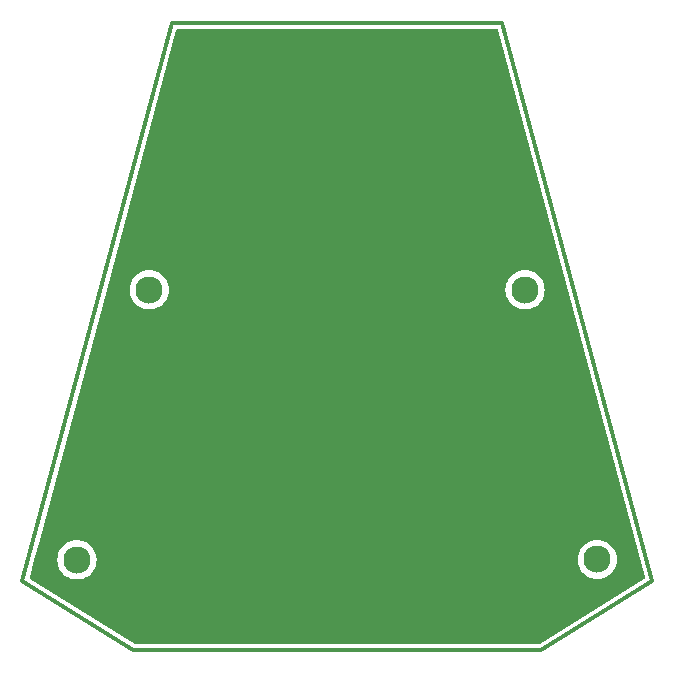
<source format=gtl>
%TF.GenerationSoftware,KiCad,Pcbnew,(6.0.6)*%
%TF.CreationDate,2022-07-10T10:09:25+09:00*%
%TF.ProjectId,nowt_promicro_plate_standard,6e6f7774-5f70-4726-9f6d-6963726f5f70,rev?*%
%TF.SameCoordinates,Original*%
%TF.FileFunction,Copper,L1,Top*%
%TF.FilePolarity,Positive*%
%FSLAX46Y46*%
G04 Gerber Fmt 4.6, Leading zero omitted, Abs format (unit mm)*
G04 Created by KiCad (PCBNEW (6.0.6)) date 2022-07-10 10:09:25*
%MOMM*%
%LPD*%
G01*
G04 APERTURE LIST*
%TA.AperFunction,Profile*%
%ADD10C,0.349999*%
%TD*%
%TA.AperFunction,ComponentPad*%
%ADD11C,2.300000*%
%TD*%
%ADD12C,0.350000*%
G04 APERTURE END LIST*
D10*
X43576143Y-16103908D02*
X29584279Y-16103908D01*
X43576143Y-16103908D02*
X43576143Y-16103908D01*
X57568006Y-16103908D02*
X43576143Y-16103908D01*
X57568006Y-16103908D02*
X57568006Y-16103908D01*
X70227388Y-63349361D02*
X57568006Y-16103908D01*
X70227388Y-63349361D02*
X70227388Y-63349361D01*
X60843626Y-69212985D02*
X70227388Y-63349361D01*
X60843626Y-69212985D02*
X60843626Y-69212985D01*
X43576143Y-69212985D02*
X60843626Y-69212985D01*
X43576143Y-69212985D02*
X43576143Y-69212985D01*
X26308660Y-69212985D02*
X43576143Y-69212985D01*
X26308660Y-69212985D02*
X26308660Y-69212985D01*
X16924898Y-63349361D02*
X26308660Y-69212985D01*
X16924898Y-63349361D02*
X16924898Y-63349361D01*
X29584279Y-16103908D02*
X16924898Y-63349361D01*
D11*
%TO.P,REF\u002A\u002A,1*%
%TO.N,N/C*%
X59480000Y-38680000D03*
%TD*%
%TO.P,REF\u002A\u002A,1*%
%TO.N,N/C*%
X65600000Y-61520000D03*
%TD*%
%TO.P,REF\u002A\u002A,1*%
%TO.N,N/C*%
X21540000Y-61550000D03*
%TD*%
%TO.P,REF\u002A\u002A,1*%
%TO.N,N/C*%
X27670000Y-38680000D03*
%TD*%
%TA.AperFunction,NonConductor*%
G36*
X57149258Y-16632410D02*
G01*
X57195751Y-16686066D01*
X57202842Y-16705792D01*
X63531094Y-40323146D01*
X69614698Y-63027463D01*
X69613008Y-63098439D01*
X69573214Y-63157235D01*
X69559761Y-63166928D01*
X60728455Y-68685339D01*
X60661685Y-68704485D01*
X26490600Y-68704485D01*
X26423830Y-68685339D01*
X17592525Y-63166929D01*
X17545355Y-63113868D01*
X17534360Y-63043728D01*
X17537588Y-63027464D01*
X17933473Y-61550000D01*
X19876372Y-61550000D01*
X19896854Y-61810249D01*
X19898008Y-61815056D01*
X19898009Y-61815062D01*
X19936424Y-61975069D01*
X19957796Y-62064089D01*
X19959689Y-62068660D01*
X19959690Y-62068662D01*
X20047019Y-62279491D01*
X20057697Y-62305271D01*
X20194097Y-62527856D01*
X20363637Y-62726363D01*
X20562144Y-62895903D01*
X20784729Y-63032303D01*
X20789299Y-63034196D01*
X20789303Y-63034198D01*
X21021338Y-63130310D01*
X21025911Y-63132204D01*
X21114931Y-63153576D01*
X21274938Y-63191991D01*
X21274944Y-63191992D01*
X21279751Y-63193146D01*
X21540000Y-63213628D01*
X21800249Y-63193146D01*
X21805056Y-63191992D01*
X21805062Y-63191991D01*
X21965069Y-63153576D01*
X22054089Y-63132204D01*
X22058662Y-63130310D01*
X22290697Y-63034198D01*
X22290701Y-63034196D01*
X22295271Y-63032303D01*
X22517856Y-62895903D01*
X22716363Y-62726363D01*
X22885903Y-62527856D01*
X23022303Y-62305271D01*
X23032982Y-62279491D01*
X23120310Y-62068662D01*
X23120311Y-62068660D01*
X23122204Y-62064089D01*
X23143576Y-61975069D01*
X23181991Y-61815062D01*
X23181992Y-61815056D01*
X23183146Y-61810249D01*
X23203628Y-61550000D01*
X23201267Y-61520000D01*
X63936372Y-61520000D01*
X63956854Y-61780249D01*
X63958008Y-61785056D01*
X63958009Y-61785062D01*
X63964056Y-61810249D01*
X64017796Y-62034089D01*
X64019689Y-62038660D01*
X64019690Y-62038662D01*
X64032117Y-62068662D01*
X64117697Y-62275271D01*
X64254097Y-62497856D01*
X64423637Y-62696363D01*
X64622144Y-62865903D01*
X64844729Y-63002303D01*
X64849299Y-63004196D01*
X64849303Y-63004198D01*
X65076821Y-63098439D01*
X65085911Y-63102204D01*
X65149715Y-63117522D01*
X65334938Y-63161991D01*
X65334944Y-63161992D01*
X65339751Y-63163146D01*
X65600000Y-63183628D01*
X65860249Y-63163146D01*
X65865056Y-63161992D01*
X65865062Y-63161991D01*
X66050285Y-63117522D01*
X66114089Y-63102204D01*
X66123179Y-63098439D01*
X66350697Y-63004198D01*
X66350701Y-63004196D01*
X66355271Y-63002303D01*
X66577856Y-62865903D01*
X66776363Y-62696363D01*
X66945903Y-62497856D01*
X67082303Y-62275271D01*
X67167884Y-62068662D01*
X67180310Y-62038662D01*
X67180311Y-62038660D01*
X67182204Y-62034089D01*
X67235944Y-61810249D01*
X67241991Y-61785062D01*
X67241992Y-61785056D01*
X67243146Y-61780249D01*
X67263628Y-61520000D01*
X67243146Y-61259751D01*
X67241992Y-61254944D01*
X67241991Y-61254938D01*
X67189406Y-61035911D01*
X67182204Y-61005911D01*
X67096624Y-60799303D01*
X67084198Y-60769303D01*
X67084196Y-60769299D01*
X67082303Y-60764729D01*
X66945903Y-60542144D01*
X66776363Y-60343637D01*
X66577856Y-60174097D01*
X66355271Y-60037697D01*
X66350701Y-60035804D01*
X66350697Y-60035802D01*
X66118662Y-59939690D01*
X66118660Y-59939689D01*
X66114089Y-59937796D01*
X66025069Y-59916424D01*
X65865062Y-59878009D01*
X65865056Y-59878008D01*
X65860249Y-59876854D01*
X65600000Y-59856372D01*
X65339751Y-59876854D01*
X65334944Y-59878008D01*
X65334938Y-59878009D01*
X65174931Y-59916424D01*
X65085911Y-59937796D01*
X65081340Y-59939689D01*
X65081338Y-59939690D01*
X64849303Y-60035802D01*
X64849299Y-60035804D01*
X64844729Y-60037697D01*
X64622144Y-60174097D01*
X64423637Y-60343637D01*
X64254097Y-60542144D01*
X64117697Y-60764729D01*
X64115804Y-60769299D01*
X64115802Y-60769303D01*
X64103376Y-60799303D01*
X64017796Y-61005911D01*
X64010594Y-61035911D01*
X63958009Y-61254938D01*
X63958008Y-61254944D01*
X63956854Y-61259751D01*
X63936372Y-61520000D01*
X23201267Y-61520000D01*
X23183146Y-61289751D01*
X23181992Y-61284944D01*
X23181991Y-61284938D01*
X23123359Y-61040723D01*
X23122204Y-61035911D01*
X23109778Y-61005911D01*
X23024198Y-60799303D01*
X23024196Y-60799299D01*
X23022303Y-60794729D01*
X22885903Y-60572144D01*
X22716363Y-60373637D01*
X22517856Y-60204097D01*
X22295271Y-60067697D01*
X22290701Y-60065804D01*
X22290697Y-60065802D01*
X22058662Y-59969690D01*
X22058660Y-59969689D01*
X22054089Y-59967796D01*
X21924320Y-59936641D01*
X21805062Y-59908009D01*
X21805056Y-59908008D01*
X21800249Y-59906854D01*
X21540000Y-59886372D01*
X21279751Y-59906854D01*
X21274944Y-59908008D01*
X21274938Y-59908009D01*
X21155680Y-59936641D01*
X21025911Y-59967796D01*
X21021340Y-59969689D01*
X21021338Y-59969690D01*
X20789303Y-60065802D01*
X20789299Y-60065804D01*
X20784729Y-60067697D01*
X20562144Y-60204097D01*
X20363637Y-60373637D01*
X20194097Y-60572144D01*
X20057697Y-60794729D01*
X20055804Y-60799299D01*
X20055802Y-60799303D01*
X19970222Y-61005911D01*
X19957796Y-61035911D01*
X19956641Y-61040723D01*
X19898009Y-61284938D01*
X19898008Y-61284944D01*
X19896854Y-61289751D01*
X19876372Y-61550000D01*
X17933473Y-61550000D01*
X18387280Y-59856372D01*
X24061472Y-38680000D01*
X26006372Y-38680000D01*
X26026854Y-38940249D01*
X26028008Y-38945056D01*
X26028009Y-38945062D01*
X26066424Y-39105069D01*
X26087796Y-39194089D01*
X26187697Y-39435271D01*
X26324097Y-39657856D01*
X26493637Y-39856363D01*
X26692144Y-40025903D01*
X26914729Y-40162303D01*
X26919299Y-40164196D01*
X26919303Y-40164198D01*
X27151338Y-40260310D01*
X27155911Y-40262204D01*
X27244931Y-40283576D01*
X27404938Y-40321991D01*
X27404944Y-40321992D01*
X27409751Y-40323146D01*
X27670000Y-40343628D01*
X27930249Y-40323146D01*
X27935056Y-40321992D01*
X27935062Y-40321991D01*
X28095069Y-40283576D01*
X28184089Y-40262204D01*
X28188662Y-40260310D01*
X28420697Y-40164198D01*
X28420701Y-40164196D01*
X28425271Y-40162303D01*
X28647856Y-40025903D01*
X28846363Y-39856363D01*
X29015903Y-39657856D01*
X29152303Y-39435271D01*
X29252204Y-39194089D01*
X29273576Y-39105069D01*
X29311991Y-38945062D01*
X29311992Y-38945056D01*
X29313146Y-38940249D01*
X29333628Y-38680000D01*
X57816372Y-38680000D01*
X57836854Y-38940249D01*
X57838008Y-38945056D01*
X57838009Y-38945062D01*
X57876424Y-39105069D01*
X57897796Y-39194089D01*
X57997697Y-39435271D01*
X58134097Y-39657856D01*
X58303637Y-39856363D01*
X58502144Y-40025903D01*
X58724729Y-40162303D01*
X58729299Y-40164196D01*
X58729303Y-40164198D01*
X58961338Y-40260310D01*
X58965911Y-40262204D01*
X59054931Y-40283576D01*
X59214938Y-40321991D01*
X59214944Y-40321992D01*
X59219751Y-40323146D01*
X59480000Y-40343628D01*
X59740249Y-40323146D01*
X59745056Y-40321992D01*
X59745062Y-40321991D01*
X59905069Y-40283576D01*
X59994089Y-40262204D01*
X59998662Y-40260310D01*
X60230697Y-40164198D01*
X60230701Y-40164196D01*
X60235271Y-40162303D01*
X60457856Y-40025903D01*
X60656363Y-39856363D01*
X60825903Y-39657856D01*
X60962303Y-39435271D01*
X61062204Y-39194089D01*
X61083576Y-39105069D01*
X61121991Y-38945062D01*
X61121992Y-38945056D01*
X61123146Y-38940249D01*
X61143628Y-38680000D01*
X61123146Y-38419751D01*
X61121992Y-38414944D01*
X61121991Y-38414938D01*
X61063359Y-38170723D01*
X61062204Y-38165911D01*
X60962303Y-37924729D01*
X60825903Y-37702144D01*
X60656363Y-37503637D01*
X60457856Y-37334097D01*
X60235271Y-37197697D01*
X60230701Y-37195804D01*
X60230697Y-37195802D01*
X59998662Y-37099690D01*
X59998660Y-37099689D01*
X59994089Y-37097796D01*
X59905069Y-37076424D01*
X59745062Y-37038009D01*
X59745056Y-37038008D01*
X59740249Y-37036854D01*
X59480000Y-37016372D01*
X59219751Y-37036854D01*
X59214944Y-37038008D01*
X59214938Y-37038009D01*
X59054931Y-37076424D01*
X58965911Y-37097796D01*
X58961340Y-37099689D01*
X58961338Y-37099690D01*
X58729303Y-37195802D01*
X58729299Y-37195804D01*
X58724729Y-37197697D01*
X58502144Y-37334097D01*
X58303637Y-37503637D01*
X58134097Y-37702144D01*
X57997697Y-37924729D01*
X57897796Y-38165911D01*
X57896641Y-38170723D01*
X57838009Y-38414938D01*
X57838008Y-38414944D01*
X57836854Y-38419751D01*
X57816372Y-38680000D01*
X29333628Y-38680000D01*
X29313146Y-38419751D01*
X29311992Y-38414944D01*
X29311991Y-38414938D01*
X29253359Y-38170723D01*
X29252204Y-38165911D01*
X29152303Y-37924729D01*
X29015903Y-37702144D01*
X28846363Y-37503637D01*
X28647856Y-37334097D01*
X28425271Y-37197697D01*
X28420701Y-37195804D01*
X28420697Y-37195802D01*
X28188662Y-37099690D01*
X28188660Y-37099689D01*
X28184089Y-37097796D01*
X28095069Y-37076424D01*
X27935062Y-37038009D01*
X27935056Y-37038008D01*
X27930249Y-37036854D01*
X27670000Y-37016372D01*
X27409751Y-37036854D01*
X27404944Y-37038008D01*
X27404938Y-37038009D01*
X27244931Y-37076424D01*
X27155911Y-37097796D01*
X27151340Y-37099689D01*
X27151338Y-37099690D01*
X26919303Y-37195802D01*
X26919299Y-37195804D01*
X26914729Y-37197697D01*
X26692144Y-37334097D01*
X26493637Y-37503637D01*
X26324097Y-37702144D01*
X26187697Y-37924729D01*
X26087796Y-38165911D01*
X26086641Y-38170723D01*
X26028009Y-38414938D01*
X26028008Y-38414944D01*
X26026854Y-38419751D01*
X26006372Y-38680000D01*
X24061472Y-38680000D01*
X29949442Y-16705796D01*
X29986393Y-16645174D01*
X30050253Y-16614153D01*
X30071148Y-16612408D01*
X57081137Y-16612408D01*
X57149258Y-16632410D01*
G37*
%TD.AperFunction*%
D12*
X59480000Y-38680000D03*
X65600000Y-61520000D03*
X21540000Y-61550000D03*
X27670000Y-38680000D03*
M02*

</source>
